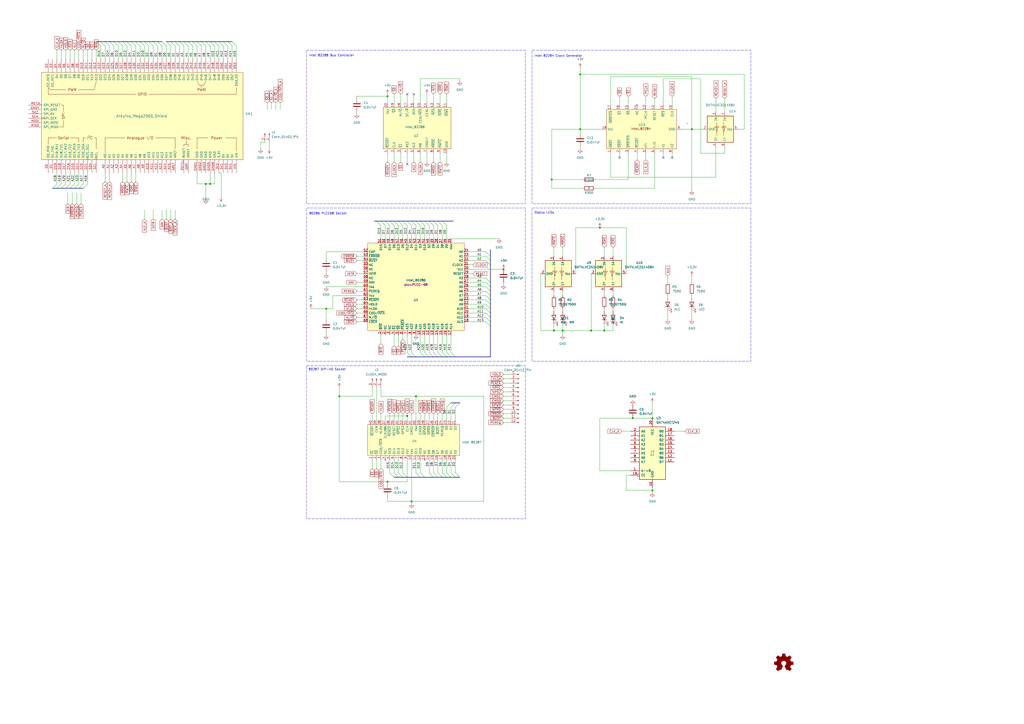
<source format=kicad_sch>
(kicad_sch (version 20250114) (generator "eeschema") (generator_version "9.0")
  (paper "A2")
  (title_block (title "Arduino80286") (date "2023-01-18") (rev "1"))
  (rectangle (start 177.8 29.21) (end 304.8 118.11) (stroke (width 0) (type dash)))
  (rectangle (start 308.61 120.65) (end 435.61 209.55) (stroke (width 0) (type dash)))
  (rectangle (start 308.61 29.21) (end 435.61 118.11) (stroke (width 0) (type dash)))
  (rectangle (start 177.8 212.09) (end 304.8 300.99) (stroke (width 0) (type dash)))
  (rectangle (start 177.8 120.65) (end 304.8 209.55) (stroke (width 0) (type dash)))
  (text "Intel 82284 Clock Generator" (at 323.85 32.512 0) (effects (font (size 1.27 1.27))))
  (text "Intel 82288 Bus Controller" (at 192.278 32.258 0) (effects (font (size 1.27 1.27))))
  (text "80286 PLCC68 Socket" (at 190.246 123.952 0) (effects (font (size 1.27 1.27))))
  (text "80287 DIP-40 Socket" (at 189.738 214.376 0) (effects (font (size 1.27 1.27))))
  (text "Status LEDs" (at 315.722 123.444 0) (effects (font (size 1.27 1.27))))
  (junction (at 189.23 179.07))
  (junction (at 336.55 74.93))
  (junction (at 342.9 191.77))
  (junction (at 224.79 279.4))
  (junction (at 326.39 191.77))
  (junction (at 350.52 191.77))
  (junction (at 238.76 290.83))
  (junction (at 119.38 106.68))
  (junction (at 367.03 242.57))
  (junction (at 121.92 106.68))
  (junction (at 401.32 74.93))
  (junction (at 236.22 241.3))
  (junction (at 378.46 242.57))
  (junction (at 347.98 132.08))
  (junction (at 336.55 43.18))
  (junction (at 378.46 284.48))
  (junction (at 321.31 191.77))
  (junction (at 196.85 229.87))
  (junction (at 292.1 156.21))
  (junction (at 241.3 229.87))
  (junction (at 224.79 55.88))
  (junction (at 320.04 104.14))
  (no_connect (at 359.41 91.44))
  (no_connect (at 236.22 95.25))
  (no_connect (at 389.89 91.44))
  (no_connect (at 384.81 91.44))
  (no_connect (at 240.03 54.61))
  (no_connect (at 236.22 54.61))
  (bus_entry (at 83.82 24.13) (size 2.54 2.54))
  (bus_entry (at 101.6 26.67) (size -2.54 -2.54))
  (bus_entry (at 236.22 276.86) (size -2.54 -2.54))
  (bus_entry (at 121.92 26.67) (size -2.54 -2.54))
  (bus_entry (at 45.72 109.22) (size 2.54 -2.54))
  (bus_entry (at 228.6 276.86) (size -2.54 -2.54))
  (bus_entry (at 50.8 106.68) (size -2.54 2.54))
  (bus_entry (at 132.08 26.67) (size -2.54 -2.54))
  (bus_entry (at 137.16 26.67) (size -2.54 -2.54))
  (bus_entry (at 58.42 24.13) (size 2.54 2.54))
  (bus_entry (at 106.68 26.67) (size -2.54 -2.54))
  (bus_entry (at 88.9 24.13) (size 2.54 2.54))
  (bus_entry (at 231.14 276.86) (size -2.54 -2.54))
  (bus_entry (at 251.46 276.86) (size -2.54 -2.54))
  (bus_entry (at 261.62 207.01) (size -2.54 -2.54))
  (bus_entry (at 264.16 207.01) (size -2.54 -2.54))
  (bus_entry (at 254 207.01) (size -2.54 -2.54))
  (bus_entry (at 259.08 207.01) (size -2.54 -2.54))
  (bus_entry (at 256.54 207.01) (size -2.54 -2.54))
  (bus_entry (at 284.48 189.23) (size -2.54 -2.54))
  (bus_entry (at 284.48 173.99) (size -2.54 -2.54))
  (bus_entry (at 284.48 171.45) (size -2.54 -2.54))
  (bus_entry (at 284.48 176.53) (size -2.54 -2.54))
  (bus_entry (at 284.48 186.69) (size -2.54 -2.54))
  (bus_entry (at 284.48 181.61) (size -2.54 -2.54))
  (bus_entry (at 284.48 184.15) (size -2.54 -2.54))
  (bus_entry (at 284.48 179.07) (size -2.54 -2.54))
  (bus_entry (at 284.48 163.83) (size -2.54 -2.54))
  (bus_entry (at 284.48 166.37) (size -2.54 -2.54))
  (bus_entry (at 284.48 168.91) (size -2.54 -2.54))
  (bus_entry (at 241.3 274.32) (size 2.54 2.54))
  (bus_entry (at 256.54 276.86) (size -2.54 -2.54))
  (bus_entry (at 114.3 26.67) (size -2.54 -2.54))
  (bus_entry (at 73.66 24.13) (size 2.54 2.54))
  (bus_entry (at 78.74 26.67) (size -2.54 -2.54))
  (bus_entry (at 66.04 24.13) (size 2.54 2.54))
  (bus_entry (at 40.64 106.68) (size -2.54 2.54))
  (bus_entry (at 109.22 26.67) (size -2.54 -2.54))
  (bus_entry (at 93.98 24.13) (size 2.54 2.54))
  (bus_entry (at 111.76 26.67) (size -2.54 -2.54))
  (bus_entry (at 116.84 26.67) (size -2.54 -2.54))
  (bus_entry (at 104.14 26.67) (size -2.54 -2.54))
  (bus_entry (at 218.44 128.27) (size 2.54 2.54))
  (bus_entry (at 223.52 128.27) (size 2.54 2.54))
  (bus_entry (at 220.98 128.27) (size 2.54 2.54))
  (bus_entry (at 231.14 128.27) (size 2.54 2.54))
  (bus_entry (at 236.22 128.27) (size 2.54 2.54))
  (bus_entry (at 233.68 128.27) (size 2.54 2.54))
  (bus_entry (at 248.92 128.27) (size 2.54 2.54))
  (bus_entry (at 246.38 128.27) (size 2.54 2.54))
  (bus_entry (at 226.06 128.27) (size 2.54 2.54))
  (bus_entry (at 228.6 128.27) (size 2.54 2.54))
  (bus_entry (at 243.84 128.27) (size 2.54 2.54))
  (bus_entry (at 241.3 128.27) (size 2.54 2.54))
  (bus_entry (at 238.76 128.27) (size 2.54 2.54))
  (bus_entry (at 251.46 128.27) (size 2.54 2.54))
  (bus_entry (at 254 128.27) (size 2.54 2.54))
  (bus_entry (at 256.54 128.27) (size 2.54 2.54))
  (bus_entry (at 134.62 26.67) (size -2.54 -2.54))
  (bus_entry (at 243.84 274.32) (size 2.54 2.54))
  (bus_entry (at 264.16 276.86) (size -2.54 -2.54))
  (bus_entry (at 129.54 26.67) (size -2.54 -2.54))
  (bus_entry (at 91.44 24.13) (size 2.54 2.54))
  (bus_entry (at 68.58 24.13) (size 2.54 2.54))
  (bus_entry (at 264.16 236.22) (size 2.54 -2.54))
  (bus_entry (at 33.02 106.68) (size -2.54 2.54))
  (bus_entry (at 55.88 24.13) (size 2.54 2.54))
  (bus_entry (at 127 26.67) (size -2.54 -2.54))
  (bus_entry (at 99.06 26.67) (size -2.54 -2.54))
  (bus_entry (at 124.46 26.67) (size -2.54 -2.54))
  (bus_entry (at 261.62 276.86) (size -2.54 -2.54))
  (bus_entry (at 63.5 24.13) (size 2.54 2.54))
  (bus_entry (at 259.08 276.86) (size -2.54 -2.54))
  (bus_entry (at 83.82 26.67) (size -2.54 -2.54))
  (bus_entry (at 38.1 106.68) (size -2.54 2.54))
  (bus_entry (at 266.7 276.86) (size -2.54 -2.54))
  (bus_entry (at 40.64 109.22) (size 2.54 -2.54))
  (bus_entry (at 35.56 106.68) (size -2.54 2.54))
  (bus_entry (at 261.62 236.22) (size 2.54 -2.54))
  (bus_entry (at 71.12 24.13) (size 2.54 2.54))
  (bus_entry (at 246.38 204.47) (size 2.54 2.54))
  (bus_entry (at 243.84 204.47) (size 2.54 2.54))
  (bus_entry (at 248.92 204.47) (size 2.54 2.54))
  (bus_entry (at 236.22 204.47) (size 2.54 2.54))
  (bus_entry (at 238.76 204.47) (size 2.54 2.54))
  (bus_entry (at 119.38 26.67) (size -2.54 -2.54))
  (bus_entry (at 81.28 26.67) (size -2.54 -2.54))
  (bus_entry (at 86.36 24.13) (size 2.54 2.54))
  (bus_entry (at 60.96 24.13) (size 2.54 2.54))
  (bus_entry (at 259.08 236.22) (size 2.54 -2.54))
  (bus_entry (at 254 276.86) (size -2.54 -2.54))
  (bus_entry (at 43.18 109.22) (size 2.54 -2.54))
  (bus_entry (at 284.48 153.67) (size -2.54 -2.54))
  (bus_entry (at 284.48 151.13) (size -2.54 -2.54))
  (bus_entry (at 284.48 148.59) (size -2.54 -2.54))
  (bus_entry (at 233.68 276.86) (size -2.54 -2.54))
  (wire (pts (xy 264.16 274.32) (xy 264.16 266.7)))
  (wire (pts (xy 35.56 100.33) (xy 35.56 106.68)))
  (bus (pts (xy 284.48 176.53) (xy 284.48 179.07)))
  (wire (pts (xy 271.78 163.83) (xy 281.94 163.83)))
  (bus (pts (xy 217.17 128.27) (xy 218.44 128.27)))
  (wire (pts (xy 292.1 222.25) (xy 295.91 222.25)))
  (wire (pts (xy 73.66 100.33) (xy 73.66 105.41)))
  (wire (pts (xy 238.76 130.81) (xy 238.76 138.43)))
  (wire (pts (xy 76.2 100.33) (xy 76.2 105.41)))
  (wire (pts (xy 189.23 166.37) (xy 210.82 166.37)))
  (wire (pts (xy 271.78 168.91) (xy 281.94 168.91)))
  (wire (pts (xy 384.81 45.72) (xy 406.4 45.72)))
  (wire (pts (xy 228.6 240.03) (xy 228.6 243.84)))
  (wire (pts (xy 401.32 180.34) (xy 401.32 185.42)))
  (wire (pts (xy 189.23 158.75) (xy 189.23 157.48)))
  (wire (pts (xy 116.84 26.67) (xy 116.84 34.29)))
  (wire (pts (xy 292.1 227.33) (xy 295.91 227.33)))
  (wire (pts (xy 46.99 111.76) (xy 46.99 118.11)))
  (bus (pts (xy 238.76 128.27) (xy 241.3 128.27)))
  (wire (pts (xy 101.6 26.67) (xy 101.6 34.29)))
  (wire (pts (xy 218.44 224.79) (xy 218.44 243.84)))
  (wire (pts (xy 256.54 130.81) (xy 256.54 138.43)))
  (wire (pts (xy 389.89 88.9) (xy 389.89 91.44)))
  (bus (pts (xy 284.48 144.78) (xy 284.48 148.59)))
  (bus (pts (xy 284.48 171.45) (xy 284.48 173.99)))
  (wire (pts (xy 292.1 242.57) (xy 295.91 242.57)))
  (bus (pts (xy 88.9 24.13) (xy 91.44 24.13)))
  (wire (pts (xy 248.92 130.81) (xy 248.92 138.43)))
  (wire (pts (xy 50.8 29.21) (xy 50.8 34.29)))
  (wire (pts (xy 401.32 74.93) (xy 407.67 74.93)))
  (wire (pts (xy 365.76 275.59) (xy 363.22 275.59)))
  (bus (pts (xy 109.22 24.13) (xy 111.76 24.13)))
  (wire (pts (xy 347.98 273.05) (xy 365.76 273.05)))
  (wire (pts (xy 334.01 158.75) (xy 334.01 132.08)))
  (wire (pts (xy 81.28 26.67) (xy 81.28 34.29)))
  (bus (pts (xy 236.22 128.27) (xy 238.76 128.27)))
  (wire (pts (xy 238.76 266.7) (xy 238.76 290.83)))
  (wire (pts (xy 45.72 29.21) (xy 45.72 34.29)))
  (wire (pts (xy 71.12 26.67) (xy 71.12 34.29)))
  (wire (pts (xy 342.9 191.77) (xy 326.39 191.77)))
  (bus (pts (xy 284.48 173.99) (xy 284.48 176.53)))
  (bus (pts (xy 101.6 24.13) (xy 104.14 24.13)))
  (wire (pts (xy 415.29 85.09) (xy 415.29 102.87)))
  (wire (pts (xy 96.52 121.92) (xy 96.52 127)))
  (bus (pts (xy 246.38 207.01) (xy 248.92 207.01)))
  (wire (pts (xy 259.08 130.81) (xy 259.08 138.43)))
  (wire (pts (xy 53.34 29.21) (xy 53.34 34.29)))
  (wire (pts (xy 220.98 224.79) (xy 220.98 229.87)))
  (wire (pts (xy 369.57 88.9) (xy 369.57 92.71)))
  (wire (pts (xy 420.37 57.15) (xy 420.37 64.77)))
  (wire (pts (xy 321.31 168.91) (xy 321.31 171.45)))
  (bus (pts (xy 226.06 128.27) (xy 228.6 128.27)))
  (wire (pts (xy 83.82 26.67) (xy 83.82 34.29)))
  (wire (pts (xy 320.04 104.14) (xy 320.04 109.22)))
  (bus (pts (xy 238.76 207.01) (xy 241.3 207.01)))
  (wire (pts (xy 251.46 274.32) (xy 251.46 266.7)))
  (wire (pts (xy 114.3 106.68) (xy 119.38 106.68)))
  (wire (pts (xy 226.06 274.32) (xy 226.06 266.7)))
  (wire (pts (xy 254 194.31) (xy 254 204.47)))
  (wire (pts (xy 255.27 88.9) (xy 255.27 93.98)))
  (wire (pts (xy 121.92 26.67) (xy 121.92 34.29)))
  (wire (pts (xy 251.46 194.31) (xy 251.46 204.47)))
  (wire (pts (xy 114.3 100.33) (xy 114.3 106.68)))
  (wire (pts (xy 431.8 74.93) (xy 427.99 74.93)))
  (wire (pts (xy 207.01 181.61) (xy 210.82 181.61)))
  (wire (pts (xy 394.97 74.93) (xy 401.32 74.93)))
  (bus (pts (xy 251.46 207.01) (xy 254 207.01)))
  (wire (pts (xy 66.04 26.67) (xy 66.04 34.29)))
  (wire (pts (xy 415.29 57.15) (xy 415.29 64.77)))
  (wire (pts (xy 391.16 250.19) (xy 397.51 250.19)))
  (wire (pts (xy 337.82 109.22) (xy 320.04 109.22)))
  (wire (pts (xy 354.33 102.87) (xy 354.33 88.9)))
  (wire (pts (xy 347.98 132.08) (xy 363.22 132.08)))
  (wire (pts (xy 180.34 179.07) (xy 189.23 179.07)))
  (wire (pts (xy 124.46 26.67) (xy 124.46 34.29)))
  (wire (pts (xy 243.84 45.72) (xy 243.84 59.69)))
  (wire (pts (xy 320.04 74.93) (xy 320.04 104.14)))
  (bus (pts (xy 236.22 207.01) (xy 238.76 207.01)))
  (wire (pts (xy 334.01 132.08) (xy 347.98 132.08)))
  (bus (pts (xy 241.3 128.27) (xy 243.84 128.27)))
  (wire (pts (xy 224.79 54.61) (xy 224.79 55.88)))
  (wire (pts (xy 342.9 158.75) (xy 342.9 191.77)))
  (wire (pts (xy 387.35 160.02) (xy 387.35 163.83)))
  (bus (pts (xy 81.28 24.13) (xy 78.74 24.13)))
  (wire (pts (xy 218.44 266.7) (xy 218.44 271.78)))
  (wire (pts (xy 233.68 130.81) (xy 233.68 138.43)))
  (wire (pts (xy 55.88 29.21) (xy 55.88 34.29)))
  (wire (pts (xy 224.79 279.4) (xy 224.79 280.67)))
  (wire (pts (xy 261.62 236.22) (xy 261.62 243.84)))
  (wire (pts (xy 83.82 121.92) (xy 83.82 127)))
  (wire (pts (xy 292.1 245.11) (xy 295.91 245.11)))
  (wire (pts (xy 359.41 88.9) (xy 359.41 91.44)))
  (bus (pts (xy 261.62 276.86) (xy 259.08 276.86)))
  (wire (pts (xy 246.38 194.31) (xy 246.38 204.47)))
  (bus (pts (xy 83.82 24.13) (xy 81.28 24.13)))
  (wire (pts (xy 292.1 240.03) (xy 295.91 240.03)))
  (wire (pts (xy 289.56 138.43) (xy 261.62 138.43)))
  (bus (pts (xy 233.68 276.86) (xy 231.14 276.86)))
  (wire (pts (xy 207.01 148.59) (xy 210.82 148.59)))
  (wire (pts (xy 241.3 243.84) (xy 241.3 229.87)))
  (wire (pts (xy 33.02 100.33) (xy 33.02 106.68)))
  (wire (pts (xy 93.98 121.92) (xy 93.98 127)))
  (wire (pts (xy 256.54 274.32) (xy 256.54 266.7)))
  (wire (pts (xy 132.08 26.67) (xy 132.08 34.29)))
  (wire (pts (xy 406.4 45.72) (xy 406.4 88.9)))
  (wire (pts (xy 379.73 57.15) (xy 379.73 60.96)))
  (wire (pts (xy 43.18 100.33) (xy 43.18 106.68)))
  (wire (pts (xy 292.1 217.17) (xy 295.91 217.17)))
  (wire (pts (xy 121.92 100.33) (xy 121.92 106.68)))
  (bus (pts (xy 256.54 128.27) (xy 262.89 128.27)))
  (bus (pts (xy 284.48 181.61) (xy 284.48 184.15)))
  (wire (pts (xy 247.65 54.61) (xy 247.65 59.69)))
  (wire (pts (xy 154.94 59.69) (xy 154.94 63.5)))
  (wire (pts (xy 292.1 232.41) (xy 295.91 232.41)))
  (wire (pts (xy 76.2 26.67) (xy 76.2 34.29)))
  (wire (pts (xy 215.9 224.79) (xy 215.9 229.87)))
  (wire (pts (xy 38.1 100.33) (xy 38.1 106.68)))
  (wire (pts (xy 236.22 241.3) (xy 236.22 243.84)))
  (bus (pts (xy 248.92 207.01) (xy 251.46 207.01)))
  (wire (pts (xy 60.96 26.67) (xy 60.96 34.29)))
  (bus (pts (xy 254 207.01) (xy 256.54 207.01)))
  (wire (pts (xy 254 240.03) (xy 254 243.84)))
  (wire (pts (xy 248.92 194.31) (xy 248.92 204.47)))
  (wire (pts (xy 156.21 82.55) (xy 156.21 86.36)))
  (bus (pts (xy 284.48 184.15) (xy 284.48 186.69)))
  (wire (pts (xy 271.78 173.99) (xy 281.94 173.99)))
  (bus (pts (xy 284.48 151.13) (xy 284.48 153.67)))
  (wire (pts (xy 224.79 288.29) (xy 224.79 290.83)))
  (wire (pts (xy 271.78 146.05) (xy 281.94 146.05)))
  (bus (pts (xy 266.7 276.86) (xy 264.16 276.86)))
  (bus (pts (xy 261.62 207.01) (xy 264.16 207.01)))
  (wire (pts (xy 384.81 60.96) (xy 384.81 45.72)))
  (bus (pts (xy 124.46 24.13) (xy 127 24.13)))
  (bus (pts (xy 264.16 233.68) (xy 266.7 233.68)))
  (wire (pts (xy 162.56 59.69) (xy 162.56 63.5)))
  (wire (pts (xy 363.22 275.59) (xy 363.22 284.48)))
  (bus (pts (xy 243.84 276.86) (xy 246.38 276.86)))
  (wire (pts (xy 99.06 121.92) (xy 99.06 127)))
  (wire (pts (xy 350.52 179.07) (xy 350.52 180.34)))
  (wire (pts (xy 401.32 160.02) (xy 401.32 163.83)))
  (wire (pts (xy 196.85 229.87) (xy 196.85 279.4)))
  (wire (pts (xy 389.89 55.88) (xy 389.89 60.96)))
  (wire (pts (xy 238.76 290.83) (xy 238.76 292.1)))
  (wire (pts (xy 88.9 121.92) (xy 88.9 127)))
  (wire (pts (xy 326.39 179.07) (xy 326.39 180.34)))
  (bus (pts (xy 104.14 24.13) (xy 106.68 24.13)))
  (wire (pts (xy 271.78 171.45) (xy 281.94 171.45)))
  (bus (pts (xy 236.22 276.86) (xy 233.68 276.86)))
  (bus (pts (xy 246.38 128.27) (xy 248.92 128.27)))
  (bus (pts (xy 63.5 24.13) (xy 66.04 24.13)))
  (bus (pts (xy 45.72 109.22) (xy 48.26 109.22)))
  (wire (pts (xy 240.03 88.9) (xy 240.03 93.98)))
  (wire (pts (xy 243.84 88.9) (xy 243.84 93.98)))
  (bus (pts (xy 78.74 24.13) (xy 76.2 24.13)))
  (wire (pts (xy 236.22 276.86) (xy 236.22 279.4)))
  (wire (pts (xy 88.9 26.67) (xy 88.9 34.29)))
  (wire (pts (xy 243.84 194.31) (xy 243.84 204.47)))
  (wire (pts (xy 251.46 88.9) (xy 251.46 93.98)))
  (bus (pts (xy 114.3 24.13) (xy 116.84 24.13)))
  (wire (pts (xy 157.48 59.69) (xy 157.48 63.5)))
  (bus (pts (xy 259.08 207.01) (xy 261.62 207.01)))
  (wire (pts (xy 236.22 88.9) (xy 236.22 95.25)))
  (wire (pts (xy 313.69 191.77) (xy 321.31 191.77)))
  (wire (pts (xy 266.7 46.99) (xy 266.7 45.72)))
  (wire (pts (xy 406.4 88.9) (xy 420.37 88.9)))
  (wire (pts (xy 189.23 146.05) (xy 210.82 146.05)))
  (wire (pts (xy 271.78 161.29) (xy 281.94 161.29)))
  (wire (pts (xy 96.52 26.67) (xy 96.52 34.29)))
  (bus (pts (xy 243.84 128.27) (xy 246.38 128.27)))
  (wire (pts (xy 114.3 26.67) (xy 114.3 34.29)))
  (wire (pts (xy 336.55 39.37) (xy 336.55 43.18)))
  (bus (pts (xy 119.38 24.13) (xy 121.92 24.13)))
  (wire (pts (xy 119.38 26.67) (xy 119.38 34.29)))
  (bus (pts (xy 132.08 24.13) (xy 134.62 24.13)))
  (wire (pts (xy 93.98 26.67) (xy 93.98 34.29)))
  (wire (pts (xy 134.62 26.67) (xy 134.62 34.29)))
  (bus (pts (xy 116.84 24.13) (xy 119.38 24.13)))
  (wire (pts (xy 207.01 173.99) (xy 210.82 173.99)))
  (bus (pts (xy 86.36 24.13) (xy 88.9 24.13)))
  (bus (pts (xy 111.76 24.13) (xy 114.3 24.13)))
  (wire (pts (xy 271.78 156.21) (xy 292.1 156.21)))
  (wire (pts (xy 241.3 274.32) (xy 241.3 266.7)))
  (wire (pts (xy 336.55 74.93) (xy 320.04 74.93)))
  (wire (pts (xy 50.8 100.33) (xy 50.8 106.68)))
  (wire (pts (xy 207.01 55.88) (xy 224.79 55.88)))
  (wire (pts (xy 60.96 100.33) (xy 60.96 105.41)))
  (bus (pts (xy 254 276.86) (xy 251.46 276.86)))
  (wire (pts (xy 271.78 184.15) (xy 281.94 184.15)))
  (wire (pts (xy 193.04 171.45) (xy 193.04 179.07)))
  (wire (pts (xy 355.6 168.91) (xy 355.6 171.45)))
  (wire (pts (xy 189.23 179.07) (xy 189.23 185.42)))
  (wire (pts (xy 58.42 26.67) (xy 58.42 34.29)))
  (wire (pts (xy 40.64 34.29) (xy 40.64 29.21)))
  (wire (pts (xy 292.1 229.87) (xy 295.91 229.87)))
  (wire (pts (xy 233.68 274.32) (xy 233.68 266.7)))
  (bus (pts (xy 284.48 166.37) (xy 284.48 168.91)))
  (wire (pts (xy 40.64 100.33) (xy 40.64 106.68)))
  (wire (pts (xy 271.78 148.59) (xy 281.94 148.59)))
  (wire (pts (xy 228.6 274.32) (xy 228.6 266.7)))
  (wire (pts (xy 243.84 130.81) (xy 243.84 138.43)))
  (wire (pts (xy 231.14 240.03) (xy 231.14 243.84)))
  (wire (pts (xy 254 130.81) (xy 254 138.43)))
  (bus (pts (xy 233.68 128.27) (xy 236.22 128.27)))
  (wire (pts (xy 241.3 229.87) (xy 280.67 229.87)))
  (wire (pts (xy 261.62 194.31) (xy 261.62 204.47)))
  (wire (pts (xy 256.54 194.31) (xy 256.54 204.47)))
  (wire (pts (xy 223.52 130.81) (xy 223.52 138.43)))
  (wire (pts (xy 228.6 194.31) (xy 228.6 200.66)))
  (bus (pts (xy 228.6 128.27) (xy 231.14 128.27)))
  (wire (pts (xy 196.85 224.79) (xy 196.85 229.87)))
  (wire (pts (xy 350.52 187.96) (xy 350.52 191.77)))
  (wire (pts (xy 374.65 88.9) (xy 374.65 92.71)))
  (wire (pts (xy 128.27 100.33) (xy 127 100.33)))
  (wire (pts (xy 378.46 284.48) (xy 378.46 283.21)))
  (bus (pts (xy 231.14 276.86) (xy 228.6 276.86)))
  (wire (pts (xy 401.32 74.93) (xy 401.32 110.49)))
  (wire (pts (xy 326.39 187.96) (xy 326.39 191.77)))
  (wire (pts (xy 63.5 100.33) (xy 63.5 105.41)))
  (wire (pts (xy 271.78 151.13) (xy 281.94 151.13)))
  (wire (pts (xy 207.01 186.69) (xy 210.82 186.69)))
  (bus (pts (xy 264.16 276.86) (xy 261.62 276.86)))
  (bus (pts (xy 55.88 24.13) (xy 58.42 24.13)))
  (bus (pts (xy 284.48 148.59) (xy 284.48 151.13)))
  (bus (pts (xy 60.96 24.13) (xy 63.5 24.13)))
  (wire (pts (xy 350.52 143.51) (xy 350.52 148.59)))
  (wire (pts (xy 99.06 26.67) (xy 99.06 34.29)))
  (wire (pts (xy 223.52 241.3) (xy 236.22 241.3)))
  (wire (pts (xy 33.02 29.21) (xy 33.02 34.29)))
  (bus (pts (xy 241.3 207.01) (xy 246.38 207.01)))
  (wire (pts (xy 207.01 163.83) (xy 210.82 163.83)))
  (wire (pts (xy 254 274.32) (xy 254 266.7)))
  (wire (pts (xy 321.31 143.51) (xy 321.31 148.59)))
  (bus (pts (xy 91.44 24.13) (xy 93.98 24.13)))
  (wire (pts (xy 336.55 74.93) (xy 349.25 74.93)))
  (wire (pts (xy 246.38 240.03) (xy 246.38 243.84)))
  (wire (pts (xy 271.78 186.69) (xy 281.94 186.69)))
  (wire (pts (xy 355.6 179.07) (xy 355.6 180.34)))
  (wire (pts (xy 256.54 240.03) (xy 256.54 243.84)))
  (wire (pts (xy 71.12 100.33) (xy 71.12 105.41)))
  (wire (pts (xy 271.78 181.61) (xy 281.94 181.61)))
  (wire (pts (xy 127 26.67) (xy 127 34.29)))
  (wire (pts (xy 151.13 86.36) (xy 151.13 82.55)))
  (bus (pts (xy 284.48 186.69) (xy 284.48 189.23)))
  (bus (pts (xy 127 24.13) (xy 129.54 24.13)))
  (wire (pts (xy 378.46 233.68) (xy 378.46 242.57)))
  (wire (pts (xy 248.92 274.32) (xy 248.92 266.7)))
  (wire (pts (xy 292.1 219.71) (xy 295.91 219.71)))
  (bus (pts (xy 71.12 24.13) (xy 73.66 24.13)))
  (bus (pts (xy 83.82 24.13) (xy 86.36 24.13)))
  (wire (pts (xy 271.78 176.53) (xy 281.94 176.53)))
  (wire (pts (xy 220.98 266.7) (xy 220.98 271.78)))
  (wire (pts (xy 231.14 130.81) (xy 231.14 138.43)))
  (wire (pts (xy 109.22 26.67) (xy 109.22 34.29)))
  (wire (pts (xy 350.52 168.91) (xy 350.52 171.45)))
  (bus (pts (xy 129.54 24.13) (xy 132.08 24.13)))
  (bus (pts (xy 106.68 24.13) (xy 109.22 24.13)))
  (bus (pts (xy 251.46 128.27) (xy 254 128.27)))
  (wire (pts (xy 292.1 224.79) (xy 295.91 224.79)))
  (wire (pts (xy 91.44 26.67) (xy 91.44 34.29)))
  (wire (pts (xy 228.6 88.9) (xy 228.6 93.98)))
  (wire (pts (xy 232.41 54.61) (xy 232.41 59.69)))
  (wire (pts (xy 363.22 284.48) (xy 378.46 284.48)))
  (bus (pts (xy 43.18 109.22) (xy 45.72 109.22)))
  (wire (pts (xy 207.01 158.75) (xy 210.82 158.75)))
  (wire (pts (xy 129.54 26.67) (xy 129.54 34.29)))
  (wire (pts (xy 415.29 102.87) (xy 354.33 102.87)))
  (wire (pts (xy 243.84 274.32) (xy 243.84 266.7)))
  (wire (pts (xy 259.08 88.9) (xy 259.08 93.98)))
  (bus (pts (xy 35.56 109.22) (xy 38.1 109.22)))
  (wire (pts (xy 220.98 130.81) (xy 220.98 138.43)))
  (wire (pts (xy 111.76 26.67) (xy 111.76 34.29)))
  (wire (pts (xy 246.38 130.81) (xy 246.38 138.43)))
  (wire (pts (xy 233.68 194.31) (xy 233.68 196.85)))
  (wire (pts (xy 261.62 274.32) (xy 261.62 266.7)))
  (wire (pts (xy 228.6 130.81) (xy 228.6 138.43)))
  (wire (pts (xy 271.78 166.37) (xy 281.94 166.37)))
  (wire (pts (xy 223.52 243.84) (xy 223.52 241.3)))
  (wire (pts (xy 189.23 146.05) (xy 189.23 149.86)))
  (wire (pts (xy 238.76 194.31) (xy 238.76 204.47)))
  (wire (pts (xy 236.22 240.03) (xy 236.22 241.3)))
  (wire (pts (xy 251.46 54.61) (xy 251.46 59.69)))
  (wire (pts (xy 68.58 26.67) (xy 68.58 34.29)))
  (bus (pts (xy 284.48 153.67) (xy 284.48 163.83)))
  (bus (pts (xy 231.14 128.27) (xy 233.68 128.27)))
  (wire (pts (xy 321.31 187.96) (xy 321.31 191.77)))
  (wire (pts (xy 321.31 179.07) (xy 321.31 180.34)))
  (wire (pts (xy 104.14 26.67) (xy 104.14 34.29)))
  (wire (pts (xy 78.74 100.33) (xy 78.74 105.41)))
  (wire (pts (xy 220.98 194.31) (xy 220.98 199.39)))
  (wire (pts (xy 232.41 88.9) (xy 232.41 93.98)))
  (wire (pts (xy 274.32 153.67) (xy 271.78 153.67)))
  (bus (pts (xy 38.1 109.22) (xy 40.64 109.22)))
  (bus (pts (xy 73.66 24.13) (xy 76.2 24.13)))
  (wire (pts (xy 321.31 191.77) (xy 326.39 191.77)))
  (wire (pts (xy 259.08 54.61) (xy 259.08 59.69)))
  (wire (pts (xy 48.26 29.21) (xy 48.26 34.29)))
  (wire (pts (xy 251.46 130.81) (xy 251.46 138.43)))
  (wire (pts (xy 226.06 130.81) (xy 226.06 138.43)))
  (wire (pts (xy 374.65 55.88) (xy 374.65 60.96)))
  (wire (pts (xy 207.01 151.13) (xy 210.82 151.13)))
  (bus (pts (xy 254 128.27) (xy 256.54 128.27)))
  (wire (pts (xy 128.27 100.33) (xy 128.27 114.3)))
  (wire (pts (xy 119.38 106.68) (xy 119.38 115.57)))
  (wire (pts (xy 255.27 54.61) (xy 255.27 59.69)))
  (wire (pts (xy 224.79 88.9) (xy 224.79 93.98)))
  (bus (pts (xy 284.48 179.07) (xy 284.48 181.61)))
  (wire (pts (xy 350.52 191.77) (xy 355.6 191.77)))
  (wire (pts (xy 160.02 59.69) (xy 160.02 63.5)))
  (wire (pts (xy 41.91 111.76) (xy 41.91 118.11)))
  (wire (pts (xy 313.69 158.75) (xy 313.69 191.77)))
  (wire (pts (xy 240.03 54.61) (xy 240.03 59.69)))
  (bus (pts (xy 121.92 24.13) (xy 124.46 24.13)))
  (wire (pts (xy 207.01 184.15) (xy 210.82 184.15)))
  (wire (pts (xy 106.68 26.67) (xy 106.68 34.29)))
  (wire (pts (xy 207.01 66.04) (xy 207.01 64.77)))
  (wire (pts (xy 189.23 179.07) (xy 193.04 179.07)))
  (bus (pts (xy 264.16 207.01) (xy 284.48 207.01)))
  (wire (pts (xy 78.74 26.67) (xy 78.74 34.29)))
  (wire (pts (xy 401.32 171.45) (xy 401.32 172.72)))
  (wire (pts (xy 354.33 60.96) (xy 354.33 44.45)))
  (wire (pts (xy 207.01 179.07) (xy 210.82 179.07)))
  (wire (pts (xy 231.14 194.31) (xy 231.14 200.66)))
  (bus (pts (xy 259.08 276.86) (xy 256.54 276.86)))
  (wire (pts (xy 420.37 85.09) (xy 420.37 88.9)))
  (bus (pts (xy 223.52 128.27) (xy 226.06 128.27)))
  (wire (pts (xy 137.16 26.67) (xy 137.16 34.29)))
  (bus (pts (xy 284.48 168.91) (xy 284.48 171.45)))
  (wire (pts (xy 248.92 240.03) (xy 248.92 243.84)))
  (wire (pts (xy 320.04 104.14) (xy 337.82 104.14)))
  (bus (pts (xy 96.52 24.13) (xy 99.06 24.13)))
  (wire (pts (xy 224.79 290.83) (xy 238.76 290.83)))
  (wire (pts (xy 336.55 43.18) (xy 431.8 43.18)))
  (wire (pts (xy 63.5 26.67) (xy 63.5 34.29)))
  (wire (pts (xy 367.03 242.57) (xy 347.98 242.57)))
  (wire (pts (xy 224.79 55.88) (xy 224.79 59.69)))
  (bus (pts (xy 256.54 276.86) (xy 254 276.86)))
  (wire (pts (xy 379.73 88.9) (xy 379.73 109.22)))
  (bus (pts (xy 66.04 24.13) (xy 68.58 24.13)))
  (wire (pts (xy 355.6 187.96) (xy 355.6 191.77)))
  (wire (pts (xy 336.55 74.93) (xy 336.55 77.47)))
  (wire (pts (xy 378.46 284.48) (xy 378.46 285.75)))
  (wire (pts (xy 364.49 55.88) (xy 364.49 60.96)))
  (wire (pts (xy 220.98 229.87) (xy 241.3 229.87)))
  (wire (pts (xy 280.67 229.87) (xy 280.67 290.83)))
  (wire (pts (xy 326.39 168.91) (xy 326.39 171.45)))
  (wire (pts (xy 259.08 194.31) (xy 259.08 204.47)))
  (bus (pts (xy 248.92 128.27) (xy 251.46 128.27)))
  (wire (pts (xy 292.1 237.49) (xy 295.91 237.49)))
  (wire (pts (xy 224.79 279.4) (xy 196.85 279.4)))
  (wire (pts (xy 236.22 279.4) (xy 224.79 279.4)))
  (wire (pts (xy 387.35 180.34) (xy 387.35 185.42)))
  (wire (pts (xy 228.6 54.61) (xy 228.6 59.69)))
  (wire (pts (xy 342.9 191.77) (xy 350.52 191.77)))
  (wire (pts (xy 292.1 234.95) (xy 295.91 234.95)))
  (wire (pts (xy 236.22 130.81) (xy 236.22 138.43)))
  (bus (pts (xy 99.06 24.13) (xy 101.6 24.13)))
  (wire (pts (xy 347.98 242.57) (xy 347.98 273.05)))
  (wire (pts (xy 363.22 132.08) (xy 363.22 158.75)))
  (bus (pts (xy 284.48 163.83) (xy 284.48 166.37)))
  (wire (pts (xy 207.01 57.15) (xy 207.01 55.88)))
  (wire (pts (xy 336.55 86.36) (xy 336.55 85.09)))
  (wire (pts (xy 236.22 194.31) (xy 236.22 204.47)))
  (wire (pts (xy 280.67 290.83) (xy 238.76 290.83)))
  (wire (pts (xy 48.26 100.33) (xy 48.26 106.68)))
  (bus (pts (xy 40.64 109.22) (xy 43.18 109.22)))
  (bus (pts (xy 256.54 207.01) (xy 259.08 207.01)))
  (wire (pts (xy 215.9 243.84) (xy 215.9 240.03)))
  (wire (pts (xy 207.01 176.53) (xy 210.82 176.53)))
  (bus (pts (xy 246.38 276.86) (xy 251.46 276.86)))
  (wire (pts (xy 431.8 43.18) (xy 431.8 74.93)))
  (wire (pts (xy 271.78 179.07) (xy 281.94 179.07)))
  (wire (pts (xy 73.66 26.67) (xy 73.66 34.29)))
  (wire (pts (xy 326.39 143.51) (xy 326.39 148.59)))
  (wire (pts (xy 236.22 266.7) (xy 236.22 276.86)))
  (wire (pts (xy 39.37 111.76) (xy 39.37 118.11)))
  (bus (pts (xy 220.98 128.27) (xy 223.52 128.27)))
  (wire (pts (xy 151.13 82.55) (xy 153.67 82.55)))
  (bus (pts (xy 284.48 189.23) (xy 284.48 207.01)))
  (wire (pts (xy 226.06 240.03) (xy 226.06 243.84)))
  (wire (pts (xy 354.33 44.45) (xy 401.32 44.45)))
  (wire (pts (xy 259.08 236.22) (xy 259.08 243.84)))
  (bus (pts (xy 261.62 233.68) (xy 264.16 233.68)))
  (wire (pts (xy 326.39 191.77) (xy 326.39 194.31)))
  (wire (pts (xy 264.16 236.22) (xy 264.16 243.84)))
  (wire (pts (xy 367.03 242.57) (xy 378.46 242.57)))
  (wire (pts (xy 44.45 111.76) (xy 44.45 118.11)))
  (bus (pts (xy 58.42 24.13) (xy 60.96 24.13)))
  (wire (pts (xy 207.01 168.91) (xy 210.82 168.91)))
  (bus (pts (xy 68.58 24.13) (xy 71.12 24.13)))
  (wire (pts (xy 251.46 240.03) (xy 251.46 243.84)))
  (wire (pts (xy 379.73 109.22) (xy 345.44 109.22)))
  (wire (pts (xy 121.92 106.68) (xy 124.46 106.68)))
  (wire (pts (xy 364.49 104.14) (xy 345.44 104.14)))
  (wire (pts (xy 231.14 274.32) (xy 231.14 266.7)))
  (bus (pts (xy 30.48 109.22) (xy 33.02 109.22)))
  (wire (pts (xy 241.3 130.81) (xy 241.3 138.43)))
  (wire (pts (xy 119.38 106.68) (xy 121.92 106.68)))
  (wire (pts (xy 189.23 194.31) (xy 189.23 193.04)))
  (wire (pts (xy 101.6 121.92) (xy 101.6 127)))
  (wire (pts (xy 43.18 29.21) (xy 43.18 34.29)))
  (wire (pts (xy 336.55 43.18) (xy 336.55 74.93)))
  (wire (pts (xy 360.68 250.19) (xy 365.76 250.19)))
  (wire (pts (xy 220.98 240.03) (xy 220.98 243.84)))
  (wire (pts (xy 259.08 274.32) (xy 259.08 266.7)))
  (wire (pts (xy 359.41 55.88) (xy 359.41 60.96)))
  (bus (pts (xy 33.02 109.22) (xy 35.56 109.22)))
  (wire (pts (xy 215.9 229.87) (xy 196.85 229.87)))
  (wire (pts (xy 233.68 240.03) (xy 233.68 243.84)))
  (wire (pts (xy 364.49 88.9) (xy 364.49 104.14)))
  (wire (pts (xy 387.35 171.45) (xy 387.35 172.72)))
  (bus (pts (xy 236.22 276.86) (xy 243.84 276.86)))
  (wire (pts (xy 38.1 34.29) (xy 38.1 29.21)))
  (wire (pts (xy 215.9 266.7) (xy 215.9 271.78)))
  (bus (pts (xy 218.44 128.27) (xy 220.98 128.27)))
  (wire (pts (xy 124.46 100.33) (xy 124.46 106.68)))
  (wire (pts (xy 238.76 240.03) (xy 238.76 243.84)))
  (wire (pts (xy 355.6 143.51) (xy 355.6 148.59)))
  (wire (pts (xy 193.04 171.45) (xy 210.82 171.45)))
  (wire (pts (xy 243.84 240.03) (xy 243.84 243.84)))
  (wire (pts (xy 401.32 44.45) (xy 401.32 74.93)))
  (wire (pts (xy 45.72 100.33) (xy 45.72 106.68)))
  (wire (pts (xy 274.32 158.75) (xy 271.78 158.75)))
  (wire (pts (xy 292.1 165.1) (xy 292.1 163.83)))
  (wire (pts (xy 384.81 88.9) (xy 384.81 91.44)))
  (wire (pts (xy 247.65 88.9) (xy 247.65 93.98)))
  (wire (pts (xy 266.7 45.72) (xy 243.84 45.72)))
  (wire (pts (xy 236.22 54.61) (xy 236.22 59.69)))
  (wire (pts (xy 35.56 34.29) (xy 35.56 29.21)))
  (wire (pts (xy 86.36 26.67) (xy 86.36 34.29)))
  (label "D10" (at 246.38 135.89 90))
  (label "A16" (at 50.8 101.6 270))
  (label "A18" (at 251.46 203.2 90))
  (label "A4" (at 109.22 33.02 90))
  (label "D5" (at 71.12 33.02 90))
  (label "A22" (at 43.18 101.6 270))
  (label "D5" (at 259.08 267.97 270))
  (label "A5" (at 111.76 33.02 90))
  (label "D12" (at 73.66 33.02 90))
  (label "A7" (at 116.84 33.02 90))
  (label "D3" (at 264.16 267.97 270))
  (label "D13" (at 68.58 33.02 90))
  (label "D12" (at 236.22 135.89 90))
  (label "D13" (at 231.14 267.97 270))
  (label "A13" (at 132.08 33.02 90))
  (label "A13" (at 276.86 186.69 0))
  (label "A20" (at 38.1 101.6 270))
  (label "D9" (at 248.92 267.97 270))
  (label "D13" (at 231.14 135.89 90))
  (label "D2" (at 248.92 135.89 90))
  (label "A1" (at 276.86 148.59 0))
  (label "A9" (at 121.92 33.02 90))
  (label "A3" (at 276.86 161.29 0))
  (label "A20" (at 246.38 203.2 90))
  (label "D0" (at 259.08 237.49 270))
  (label "A7" (at 276.86 171.45 0))
  (label "A16" (at 256.54 203.2 90))
  (label "D14" (at 63.5 32.9382 90))
  (label "D10" (at 243.84 267.97 270))
  (label "D2" (at 86.36 33.02 90))
  (label "D12" (at 233.68 267.97 270))
  (label "D9" (at 88.9 33.02 90))
  (label "A1" (at 101.6 33.02 90))
  (label "D1" (at 261.62 237.49 270))
  (label "A14" (at 134.62 33.02 90))
  (label "D3" (at 243.84 135.89 90))
  (label "D3" (at 81.28 33.02 90))
  (label "A18" (at 33.02 101.6 270))
  (label "D4" (at 261.62 267.97 270))
  (label "D7" (at 254 267.7545 270))
  (label "A9" (at 276.86 176.53 0))
  (label "A4" (at 276.86 163.83 0))
  (label "D1" (at 254 135.89 90))
  (label "D11" (at 241.3 135.89 90))
  (label "D7" (at 60.96 33.02 90))
  (label "D8" (at 256.54 135.89 90))
  (label "A0" (at 276.86 146.05 0))
  (label "D4" (at 76.2 33.02 90))
  (label "A21" (at 243.84 203.2 90))
  (label "A12" (at 276.86 184.15 0))
  (label "A3" (at 106.68 33.02 90))
  (label "A15" (at 259.08 203.2 90))
  (label "D7" (at 223.52 135.89 90))
  (label "A2" (at 276.86 151.13 0))
  (label "A11" (at 276.86 181.61 0))
  (label "D6" (at 256.54 267.97 270))
  (label "D11" (at 241.3 267.97 270))
  (label "D9" (at 251.46 135.89 90))
  (label "D11" (at 78.74 33.02 90))
  (label "D15" (at 226.06 267.97 270))
  (label "A17" (at 254 203.2 90))
  (label "A2" (at 104.14 33.02 90))
  (label "A6" (at 114.3 33.02 90))
  (label "A0" (at 99.06 33.02 90))
  (label "D15" (at 220.98 135.89 90))
  (label "D0" (at 259.08 135.89 90))
  (label "A8" (at 119.38 33.02 90))
  (label "D6" (at 228.6 135.89 90))
  (label "D0" (at 96.52 33.02 90))
  (label "A12" (at 129.54 33.02 90))
  (label "D14" (at 226.06 135.89 90))
  (label "A11" (at 127 33.02 90))
  (label "D10" (at 83.82 33.02 90))
  (label "A23" (at 45.72 101.6 270))
  (label "A14" (at 261.62 203.2 90))
  (label "A17" (at 48.26 101.6 270))
  (label "A5" (at 276.86 166.37 0))
  (label "D2" (at 264.16 237.49 270))
  (label "D8" (at 93.98 33.02 90))
  (label "A10" (at 276.86 179.07 0))
  (label "D4" (at 238.76 135.89 90))
  (label "D15" (at 58.42 33.02 90))
  (label "D6" (at 66.04 33.02 90))
  (label "A23" (at 236.22 203.2 90))
  (label "D8" (at 251.46 267.97 270))
  (label "A19" (at 35.56 101.6 270))
  (label "A8" (at 276.86 173.99 0))
  (label "D14" (at 228.6 267.97 270))
  (label "A21" (at 40.64 101.6 270))
  (label "D1" (at 91.44 33.02 90))
  (label "D5" (at 233.68 135.89 90))
  (label "A6" (at 276.86 168.91 0))
  (label "A22" (at 238.76 203.2 90))
  (label "A19" (at 248.92 203.2 90))
  (label "A10" (at 124.46 33.02 90))
  (label "A15" (at 137.16 33.02 90))
  (global_label "~{NPRD}" (shape input) (at 248.92 240.03 90) (property "Intersheetrefs" "${INTERSHEET_REFS}" (effects (hide yes))))
  (global_label "~{S1}" (shape input) (at 364.49 55.88 90) (property "Intersheetrefs" "${INTERSHEET_REFS}" (effects (hide yes))))
  (global_label "ALE" (shape input) (at 387.35 160.02 90) (property "Intersheetrefs" "${INTERSHEET_REFS}" (effects (hide yes))))
  (global_label "~{LOCK}_A" (shape input) (at 101.6 127 270) (property "Intersheetrefs" "${INTERSHEET_REFS}" (effects (hide yes))))
  (global_label "CLK_A" (shape input) (at 360.68 250.19 180) (property "Intersheetrefs" "${INTERSHEET_REFS}" (effects (hide yes))))
  (global_label "RESET" (shape input) (at 228.6 240.03 90) (property "Intersheetrefs" "${INTERSHEET_REFS}" (effects (hide yes))))
  (global_label "~{MWTC}" (shape input) (at 321.31 143.51 90) (property "Intersheetrefs" "${INTERSHEET_REFS}" (effects (hide yes))))
  (global_label "ALE" (shape input) (at 240.03 93.98 270) (property "Intersheetrefs" "${INTERSHEET_REFS}" (effects (hide yes))))
  (global_label "RESET_A" (shape input) (at 60.96 105.41 270) (property "Intersheetrefs" "${INTERSHEET_REFS}" (effects (hide yes))))
  (global_label "~{ERROR}" (shape input) (at 292.1 240.03 180) (property "Intersheetrefs" "${INTERSHEET_REFS}" (effects (hide yes))))
  (global_label "PEREQ" (shape input) (at 256.54 240.03 90) (property "Intersheetrefs" "${INTERSHEET_REFS}" (effects (hide yes))))
  (global_label "~{PEACK}" (shape input) (at 46.99 118.11 270) (property "Intersheetrefs" "${INTERSHEET_REFS}" (effects (hide yes))))
  (global_label "COD{slash}~{INTA}" (shape input) (at 207.01 181.61 180) (property "Intersheetrefs" "${INTERSHEET_REFS}" (effects (hide yes))))
  (global_label "~{NPS1}" (shape input) (at 292.1 224.79 180) (property "Intersheetrefs" "${INTERSHEET_REFS}" (effects (hide yes))))
  (global_label "~{NPWR}" (shape input) (at 292.1 234.95 180) (property "Intersheetrefs" "${INTERSHEET_REFS}" (effects (hide yes))))
  (global_label "CMD0" (shape input) (at 243.84 240.03 90) (property "Intersheetrefs" "${INTERSHEET_REFS}" (effects (hide yes))))
  (global_label "~{ERROR}" (shape input) (at 207.01 148.59 180) (property "Intersheetrefs" "${INTERSHEET_REFS}" (effects (hide yes))))
  (global_label "~{ERROR}" (shape input) (at 41.91 118.11 270) (property "Intersheetrefs" "${INTERSHEET_REFS}" (effects (hide yes))))
  (global_label "~{S1}" (shape input) (at 228.6 200.66 270) (property "Intersheetrefs" "${INTERSHEET_REFS}" (effects (hide yes))))
  (global_label "M{slash}~{IO}_A" (shape input) (at 160.02 59.69 90) (property "Intersheetrefs" "${INTERSHEET_REFS}" (effects (hide yes))))
  (global_label "~{S0_A}" (shape input) (at 154.94 59.69 90) (property "Intersheetrefs" "${INTERSHEET_REFS}" (effects (hide yes))))
  (global_label "RESET" (shape input) (at 379.73 57.15 90) (property "Intersheetrefs" "${INTERSHEET_REFS}" (effects (hide yes))))
  (global_label "~{READY}" (shape input) (at 224.79 93.98 270) (property "Intersheetrefs" "${INTERSHEET_REFS}" (effects (hide yes))))
  (global_label "COD{slash}~{INTA}" (shape input) (at 220.98 271.78 270) (property "Intersheetrefs" "${INTERSHEET_REFS}" (effects (hide yes))))
  (global_label "~{PEACK}" (shape input) (at 226.06 240.03 90) (property "Intersheetrefs" "${INTERSHEET_REFS}" (effects (hide yes))))
  (global_label "CMD0" (shape input) (at 292.1 232.41 180) (property "Intersheetrefs" "${INTERSHEET_REFS}" (effects (hide yes))))
  (global_label "~{PEACK}" (shape input) (at 233.68 196.85 270) (property "Intersheetrefs" "${INTERSHEET_REFS}" (effects (hide yes))))
  (global_label "~{ERROR}" (shape input) (at 251.46 240.03 90) (property "Intersheetrefs" "${INTERSHEET_REFS}" (effects (hide yes))))
  (global_label "PEREQ" (shape input) (at 292.1 245.11 180) (property "Intersheetrefs" "${INTERSHEET_REFS}" (effects (hide yes))))
  (global_label "~{IORC}" (shape input) (at 76.2 105.41 270) (property "Intersheetrefs" "${INTERSHEET_REFS}" (effects (hide yes))))
  (global_label "~{MRDC}" (shape input) (at 251.46 93.98 270) (property "Intersheetrefs" "${INTERSHEET_REFS}" (effects (hide yes))))
  (global_label "DIR" (shape input) (at 39.37 118.11 270) (property "Intersheetrefs" "${INTERSHEET_REFS}" (effects (hide yes))))
  (global_label "COD{slash}~{INTA}_A" (shape input) (at 162.56 59.69 90) (property "Intersheetrefs" "${INTERSHEET_REFS}" (effects (hide yes))))
  (global_label "CMD1" (shape input) (at 238.76 240.03 90) (property "Intersheetrefs" "${INTERSHEET_REFS}" (effects (hide yes))))
  (global_label "~{BUSY}" (shape input) (at 96.52 127 270) (property "Intersheetrefs" "${INTERSHEET_REFS}" (effects (hide yes))))
  (global_label "~{IOWC}" (shape input) (at 259.08 54.61 90) (property "Intersheetrefs" "${INTERSHEET_REFS}" (effects (hide yes))))
  (global_label "~{READY}" (shape input) (at 369.57 92.71 270) (property "Intersheetrefs" "${INTERSHEET_REFS}" (effects (hide yes))))
  (global_label "~{S0}" (shape input) (at 231.14 200.66 270) (property "Intersheetrefs" "${INTERSHEET_REFS}" (effects (hide yes))))
  (global_label "~{S1}" (shape input) (at 53.34 29.21 90) (property "Intersheetrefs" "${INTERSHEET_REFS}" (effects (hide yes))))
  (global_label "NPS2" (shape input) (at 292.1 227.33 180) (property "Intersheetrefs" "${INTERSHEET_REFS}" (effects (hide yes))))
  (global_label "ALE_A" (shape input) (at 83.82 127 270) (property "Intersheetrefs" "${INTERSHEET_REFS}" (effects (hide yes))))
  (global_label "~{S1}" (shape input) (at 232.41 93.98 270) (property "Intersheetrefs" "${INTERSHEET_REFS}" (effects (hide yes))))
  (global_label "COD{slash}~{INTA}" (shape input) (at 45.72 29.21 90) (property "Intersheetrefs" "${INTERSHEET_REFS}" (effects (hide yes))))
  (global_label "NPS2" (shape input) (at 233.68 240.03 90) (property "Intersheetrefs" "${INTERSHEET_REFS}" (effects (hide yes))))
  (global_label "HLDA" (shape input) (at 207.01 179.07 180) (property "Intersheetrefs" "${INTERSHEET_REFS}" (effects (hide yes))))
  (global_label "~{S1}" (shape input) (at 215.9 271.78 270) (property "Intersheetrefs" "${INTERSHEET_REFS}" (effects (hide yes))))
  (global_label "HLDA" (shape input) (at 35.56 29.21 90) (property "Intersheetrefs" "${INTERSHEET_REFS}" (effects (hide yes))))
  (global_label "HLDA" (shape input) (at 220.98 240.03 90) (property "Intersheetrefs" "${INTERSHEET_REFS}" (effects (hide yes))))
  (global_label "~{S0}" (shape input) (at 228.6 54.61 90) (property "Intersheetrefs" "${INTERSHEET_REFS}" (effects (hide yes))))
  (global_label "~{BHE}" (shape input) (at 220.98 199.39 270) (property "Intersheetrefs" "${INTERSHEET_REFS}" (effects (hide yes))))
  (global_label "CLK_5" (shape input) (at 397.51 250.19 0) (property "Intersheetrefs" "${INTERSHEET_REFS}" (effects (hide yes))))
  (global_label "CLOCK" (shape input) (at 389.89 55.88 90) (property "Intersheetrefs" "${INTERSHEET_REFS}" (effects (hide yes))))
  (global_label "HOLD" (shape input) (at 38.1 29.21 90) (property "Intersheetrefs" "${INTERSHEET_REFS}" (effects (hide yes))))
  (global_label "~{S0}" (shape input) (at 50.8 29.21 90) (property "Intersheetrefs" "${INTERSHEET_REFS}" (effects (hide yes))))
  (global_label "CMD1" (shape input) (at 292.1 229.87 180) (property "Intersheetrefs" "${INTERSHEET_REFS}" (effects (hide yes))))
  (global_label "~{INTA}" (shape input) (at 40.64 29.21 90) (property "Intersheetrefs" "${INTERSHEET_REFS}" (effects (hide yes))))
  (global_label "~{READY}" (shape input) (at 207.01 173.99 180) (property "Intersheetrefs" "${INTERSHEET_REFS}" (effects (hide yes))))
  (global_label "PCLK" (shape input) (at 374.65 55.88 90) (property "Intersheetrefs" "${INTERSHEET_REFS}" (effects (hide yes))))
  (global_label "~{INTA}" (shape input) (at 251.46 54.61 90) (property "Intersheetrefs" "${INTERSHEET_REFS}" (effects (hide yes))))
  (global_label "~{NPS1}" (shape input) (at 231.14 240.03 90) (property "Intersheetrefs" "${INTERSHEET_REFS}" (effects (hide yes))))
  (global_label "CLK_A" (shape input) (at 33.02 29.21 90) (property "Intersheetrefs" "${INTERSHEET_REFS}" (effects (hide yes))))
  (global_label "HLDA" (shape input) (at 243.84 93.98 270) (property "Intersheetrefs" "${INTERSHEET_REFS}" (effects (hide yes))))
  (global_label "~{IOWC}" (shape input) (at 78.74 105.41 270) (property "Intersheetrefs" "${INTERSHEET_REFS}" (effects (hide yes))))
  (global_label "PEREQ" (shape input) (at 44.45 118.11 270) (property "Intersheetrefs" "${INTERSHEET_REFS}" (effects (hide yes))))
  (global_label "CLOCK" (shape input) (at 236.22 240.03 90) (property "Intersheetrefs" "${INTERSHEET_REFS}" (effects (hide yes))))
  (global_label "RESET_A" (shape input) (at 420.37 57.15 90) (property "Intersheetrefs" "${INTERSHEET_REFS}" (effects (hide yes))))
  (global_label "CLOCK" (shape input) (at 228.6 93.98 270) (property "Intersheetrefs" "${INTERSHEET_REFS}" (effects (hide yes))))
  (global_label "~{MRDC}" (shape input) (at 71.12 105.41 270) (property "Intersheetrefs" "${INTERSHEET_REFS}" (effects (hide yes))))
  (global_label "CLOCK" (shape input) (at 274.32 153.67 0) (property "Intersheetrefs" "${INTERSHEET_REFS}" (effects (hide yes))))
  (global_label "~{BUSY}" (shape input) (at 254 240.03 90) (property "Intersheetrefs" "${INTERSHEET_REFS}" (effects (hide yes))))
  (global_label "~{BUSY}" (shape input) (at 207.01 151.13 180) (property "Intersheetrefs" "${INTERSHEET_REFS}" (effects (hide yes))))
  (global_label "~{MWTC}" (shape input) (at 73.66 105.41 270) (property "Intersheetrefs" "${INTERSHEET_REFS}" (effects (hide yes))))
  (global_label "~{BUSY}" (shape input) (at 292.1 242.57 180) (property "Intersheetrefs" "${INTERSHEET_REFS}" (effects (hide yes))))
  (global_label "RESET" (shape input) (at 274.32 158.75 0) (property "Intersheetrefs" "${INTERSHEET_REFS}" (effects (hide yes))))
  (global_label "M{slash}~{IO}" (shape input) (at 207.01 184.15 180) (property "Intersheetrefs" "${INTERSHEET_REFS}" (effects (hide yes))))
  (global_label "NMI" (shape input) (at 207.01 163.83 180) (property "Intersheetrefs" "${INTERSHEET_REFS}" (effects (hide yes))))
  (global_label "~{NPRD}" (shape input) (at 292.1 237.49 180) (property "Intersheetrefs" "${INTERSHEET_REFS}" (effects (hide yes))))
  (global_label "~{IORC}" (shape input) (at 355.6 143.51 90) (property "Intersheetrefs" "${INTERSHEET_REFS}" (effects (hide yes))))
  (global_label "~{IORC}" (shape input) (at 255.27 54.61 90) (property "Intersheetrefs" "${INTERSHEET_REFS}" (effects (hide yes))))
  (global_label "~{S0}" (shape input) (at 218.44 271.78 270) (property "Intersheetrefs" "${INTERSHEET_REFS}" (effects (hide yes))))
  (global_label "~{PEACK}" (shape input) (at 292.1 222.25 180) (property "Intersheetrefs" "${INTERSHEET_REFS}" (effects (hide yes))))
  (global_label "NMI" (shape input) (at 93.98 127 270) (property "Intersheetrefs" "${INTERSHEET_REFS}" (effects (hide yes))))
  (global_label "READY_A" (shape input) (at 415.29 57.15 90) (property "Intersheetrefs" "${INTERSHEET_REFS}" (effects (hide yes))))
  (global_label "M{slash}~{IO}" (shape input) (at 48.26 29.21 90) (property "Intersheetrefs" "${INTERSHEET_REFS}" (effects (hide yes))))
  (global_label "INTR" (shape input) (at 88.9 127 270) (property "Intersheetrefs" "${INTERSHEET_REFS}" (effects (hide yes))))
  (global_label "~{READY}" (shape input) (at 215.9 240.03 90) (property "Intersheetrefs" "${INTERSHEET_REFS}" (effects (hide yes))))
  (global_label "ALE" (shape input) (at 43.18 29.21 90) (property "Intersheetrefs" "${INTERSHEET_REFS}" (effects (hide yes))))
  (global_label "CLK_5" (shape input) (at 374.65 92.71 270) (property "Intersheetrefs" "${INTERSHEET_REFS}" (effects (hide yes))))
  (global_label "INTR" (shape input) (at 207.01 158.75 180) (property "Intersheetrefs" "${INTERSHEET_REFS}" (effects (hide yes))))
  (global_label "HOLD" (shape input) (at 207.01 176.53 180) (property "Intersheetrefs" "${INTERSHEET_REFS}" (effects (hide yes))))
  (global_label "~{MRDC}" (shape input) (at 326.39 143.51 90) (property "Intersheetrefs" "${INTERSHEET_REFS}" (effects (hide yes))))
  (global_label "~{NPWR}" (shape input) (at 246.38 240.03 90) (property "Intersheetrefs" "${INTERSHEET_REFS}" (effects (hide yes))))
  (global_label "~{IOWC}" (shape input) (at 350.52 143.51 90) (property "Intersheetrefs" "${INTERSHEET_REFS}" (effects (hide yes))))
  (global_label "M{slash}~{IO}" (shape input) (at 232.41 54.61 90) (property "Intersheetrefs" "${INTERSHEET_REFS}" (effects (hide yes))))
  (global_label "~{LOCK}" (shape input) (at 207.01 186.69 180) (property "Intersheetrefs" "${INTERSHEET_REFS}" (effects (hide yes))))
  (global_label "PEREQ" (shape input) (at 207.01 168.91 180) (property "Intersheetrefs" "${INTERSHEET_REFS}" (effects (hide yes))))
  (global_label "HLDA" (shape input) (at 292.1 219.71 180) (property "Intersheetrefs" "${INTERSHEET_REFS}" (effects (hide yes))))
  (global_label "~{BHE}" (shape input) (at 55.88 29.21 90) (property "Intersheetrefs" "${INTERSHEET_REFS}" (effects (hide yes))))
  (global_label "HOLD" (shape input) (at 292.1 217.17 180) (property "Intersheetrefs" "${INTERSHEET_REFS}" (effects (hide yes))))
  (global_label "READY_A" (shape input) (at 63.5 105.41 270) (property "Intersheetrefs" "${INTERSHEET_REFS}" (effects (hide yes))))
  (global_label "~{BHE}_A" (shape input) (at 99.06 127 270) (property "Intersheetrefs" "${INTERSHEET_REFS}" (effects (hide yes))))
  (global_label "~{S1_A}" (shape input) (at 157.48 59.69 90) (property "Intersheetrefs" "${INTERSHEET_REFS}" (effects (hide yes))))
  (global_label "~{S0}" (shape input) (at 359.41 55.88 90) (property "Intersheetrefs" "${INTERSHEET_REFS}" (effects (hide yes))))
  (global_label "~{MWTC}" (shape input) (at 255.27 93.98 270) (property "Intersheetrefs" "${INTERSHEET_REFS}" (effects (hide yes))))
  (symbol (lib_id "80286:Intel_82284") (at 372.11 74.93 0) (unit 1)
    (property "Reference" "U13" (at 372.364 72.39 0))
    (property "Value" "~" (at 398.78 71.6849 0))
    (property "Footprint" "Package_DIP:DIP-18_W7.62mm_Socket" (effects (hide yes)))
  )
  (symbol (lib_id "Device:C") (at 207.01 60.96 180) (unit 1)
    (property "Reference" "C4" (at 210.82 59.6899 0) (effects (justify right)))
    (property "Value" "0.047uf" (at 210.82 62.2299 0) (effects (justify right)))
    (property "Footprint" "Capacitor_SMD:C_0603_1608Metric_Pad1.08x0.95mm_HandSolder" (effects (hide yes)))
  )
  (symbol (lib_id "power:+5V") (at 180.34 179.07 0) (unit 1)
    (property "Reference" "#PWR0107" (effects (hide yes)))
    (property "Value" "+5V" (at 180.34 171.45 90) (effects (justify right)))
  )
  (symbol (lib_id "Device:C") (at 189.23 153.67 180) (unit 1)
    (property "Reference" "C1" (at 193.04 152.3999 0) (effects (justify right)))
    (property "Value" "0.047uf" (at 193.04 154.9399 0) (effects (justify right)))
    (property "Footprint" "Capacitor_SMD:C_0603_1608Metric_Pad1.08x0.95mm_HandSolder" (effects (hide yes)))
  )
  (symbol (lib_id "Device:LED") (at 387.35 176.53 90) (unit 1)
    (property "Reference" "D5" (at 391.16 176.8474 90) (effects (justify right)))
    (property "Value" "ALE" (at 391.16 179.3874 90) (effects (justify right)))
    (property "Footprint" "LED_SMD:LED_0805_2012Metric_Pad1.15x1.40mm_HandSolder" (effects (hide yes)))
  )
  (symbol (lib_id "power:+3.3V") (at 401.32 160.02 0) (unit 1)
    (property "Reference" "#PWR033" (effects (hide yes)))
    (property "Value" "+3.3V" (at 401.32 154.94 0))
    (property "Description" "Power symbol creates a global label with name \"+3.3V\"" (effects (hide yes)))
  )
  (symbol (lib_id "Device:R") (at 387.35 167.64 0) (unit 1)
    (property "Reference" "R5" (at 389.89 166.3699 0) (effects (justify left)))
    (property "Value" "750Ω" (at 389.89 168.9099 0) (effects (justify left)))
    (property "Footprint" "Resistor_SMD:R_0805_2012Metric_Pad1.20x1.40mm_HandSolder" (effects (hide yes)))
  )
  (symbol (lib_id "power:+3.3V") (at 128.27 114.3 180) (unit 1)
    (property "Reference" "#PWR01" (effects (hide yes)))
    (property "Value" "+3.3V" (at 128.27 119.38 0))
    (property "Description" "Power symbol creates a global label with name \"+3.3V\"" (effects (hide yes)))
  )
  (symbol (lib_id "power:GND") (at 189.23 194.31 0) (unit 1)
    (property "Reference" "#PWR0119" (effects (hide yes)))
    (property "Value" "GND" (at 189.23 199.39 0))
  )
  (symbol (lib_name "+5V_2") (lib_id "power:+5V") (at 378.46 233.68 0) (unit 1)
    (property "Reference" "#PWR05" (effects (hide yes)))
    (property "Value" "+5V" (at 378.46 228.6 0))
    (property "Description" "Power symbol creates a global label with name \"+5V\"" (effects (hide yes)))
  )
  (symbol (lib_id "Device:R") (at 355.6 175.26 0) (unit 1)
    (property "Reference" "R4" (at 358.14 173.9899 0) (effects (justify left)))
    (property "Value" "750Ω" (at 358.14 176.5299 0) (effects (justify left)))
    (property "Footprint" "Resistor_SMD:R_0805_2012Metric_Pad1.20x1.40mm_HandSolder" (effects (hide yes)))
  )
  (symbol (lib_id "Device:LED") (at 401.32 176.53 90) (unit 1)
    (property "Reference" "D6" (at 405.13 176.8474 90) (effects (justify right)))
    (property "Value" "LED" (at 405.13 179.3874 90) (effects (justify right)))
    (property "Footprint" "LED_SMD:LED_0805_2012Metric_Pad1.15x1.40mm_HandSolder" (effects (hide yes)))
  )
  (symbol (lib_id "Device:C") (at 367.03 238.76 0) (unit 1)
    (property "Reference" "C5" (at 370.84 237.4899 0) (effects (justify left)))
    (property "Value" "0.047uf" (at 370.84 240.0299 0) (effects (justify left)))
    (property "Footprint" "Capacitor_SMD:C_0603_1608Metric_Pad1.08x0.95mm_HandSolder" (effects (hide yes)))
  )
  (symbol (lib_id "mega:Arduino_Mega2560_Shield") (at 82.55 67.31 90) (unit 1)
    (property "Reference" "XA1" (at 142.24 66.04 90) (effects (font (size 1.524 1.524)) (justify right)))
    (property "Value" "Arduino_Mega2560_Shield" (at 67.31 67.31 90) (effects (font (size 1.524 1.524)) (justify right)))
    (property "Footprint" "Arduino_Library:Arduino_Mega2560_Shield" (effects (hide yes)))
    (property "Datasheet" "https://store.arduino.cc/products/arduino-mega-2560-rev3" (effects (hide yes)))
  )
  (symbol (lib_id "Device:R") (at 341.63 104.14 90) (unit 1)
    (property "Reference" "R7" (at 341.63 101.854 90))
    (property "Value" "R300" (at 341.63 104.394 90))
    (property "Footprint" "Resistor_SMD:R_0805_2012Metric_Pad1.20x1.40mm_HandSolder" (effects (hide yes)))
    (property "Description" "Resistor" (effects (hide yes)))
  )
  (symbol (lib_id "74xx:74LS245") (at 378.46 262.89 0) (unit 1)
    (property "Reference" "U3" (at 380.6033 242.57 0) (effects (justify left)))
    (property "Value" "SN74AHCT245" (at 380.6033 245.11 0) (effects (justify left)))
    (property "Footprint" "Package_SO:TSSOP-20_4.4x6.5mm_P0.65mm" (effects (hide yes)))
    (property "Datasheet" "http://www.ti.com/lit/gpn/sn74LS245" (effects (hide yes)))
    (property "Description" "Octal BUS Transceivers, 3-State outputs" (effects (hide yes)))
  )
  (symbol (lib_id "Device:LED") (at 350.52 184.15 90) (unit 1)
    (property "Reference" "D3" (at 354.33 184.4674 90) (effects (justify right)))
    (property "Value" "IW" (at 354.33 187.0074 90) (effects (justify right)))
    (property "Footprint" "LED_SMD:LED_0805_2012Metric_Pad1.15x1.40mm_HandSolder" (effects (hide yes)))
  )
  (symbol (lib_id "Graphic:Logo_Open_Hardware_Small") (at 454.66 384.81 0) (unit 1) (in_bom no)
    (property "Reference" "#SYM1" (effects (hide yes)))
    (property "Value" "Logo_Open_Hardware_Small" (effects (hide yes)))
    (property "Footprint" "Symbol:OSHW-Logo_7.5x8mm_SilkScreen" (effects (hide yes)))
    (property "Description" "Open Hardware logo, small" (effects (hide yes)))
    (property "Sim.Enable" "0" (effects (hide yes)))
  )
  (symbol (lib_id "power:GND") (at 336.55 86.36 0) (unit 1)
    (property "Reference" "#PWR038" (effects (hide yes)))
    (property "Value" "GND" (at 336.55 91.44 0))
  )
  (symbol (lib_id "Device:LED") (at 321.31 184.15 90) (unit 1)
    (property "Reference" "LED1" (at 325.12 184.4674 90) (effects (justify right)))
    (property "Value" "MW" (at 325.12 187.0074 90) (effects (justify right)))
    (property "Footprint" "LED_SMD:LED_0805_2012Metric_Pad1.15x1.40mm_HandSolder" (effects (hide yes)))
  )
  (symbol (lib_id "Device:LED") (at 326.39 184.15 90) (unit 1)
    (property "Reference" "LED2" (effects (hide yes)))
    (property "Value" "MR" (at 330.2 187.0074 90) (effects (justify right)))
    (property "Footprint" "LED_SMD:LED_0805_2012Metric_Pad1.15x1.40mm_HandSolder" (effects (hide yes)))
  )
  (symbol (lib_id "power:+5V") (at 247.65 54.61 0) (unit 1)
    (property "Reference" "#PWR0113" (effects (hide yes)))
    (property "Value" "+5V" (at 247.65 49.53 0))
  )
  (symbol (lib_id "80286:Intel_80287") (at 240.03 255.27 0) (unit 1)
    (property "Reference" "U4" (at 239.014 255.778 0) (effects (justify left)))
    (property "Value" "Intel 80287" (at 267.97 256.54 0) (effects (justify left)))
    (property "Footprint" "Package_DIP:DIP-40_W15.24mm_Socket" (effects (hide yes)))
  )
  (symbol (lib_id "74xGxx:SN74LVC2G14DBV") (at 323.85 158.75 270) (unit 1)
    (property "Reference" "U9" (at 341.63 152.4314 90))
    (property "Value" "SN74LVC2G14DBV" (at 341.63 154.9714 90))
    (property "Footprint" "Package_TO_SOT_SMD:SOT-23-6" (effects (hide yes)))
    (property "Datasheet" "https://www.ti.com/lit/ds/symlink/sn74lvc2g14.pdf" (effects (hide yes)))
    (property "Description" "Dual schmitt inverter, VCC from 1.65 to 5.5 V, SOT-23" (effects (hide yes)))
  )
  (symbol (lib_name "GND_2") (lib_id "power:GND") (at 378.46 285.75 0) (unit 1)
    (property "Reference" "#PWR06" (effects (hide yes)))
    (property "Value" "GND" (at 378.46 290.83 0))
    (property "Description" "Power symbol creates a global label with name \"GND\" , ground" (effects (hide yes)))
  )
  (symbol (lib_id "power:+5V") (at 196.85 224.79 0) (unit 1)
    (property "Reference" "#PWR09" (effects (hide yes)))
    (property "Value" "+5V" (at 196.85 217.17 90) (effects (justify right)))
  )
  (symbol (lib_id "power:GND") (at 241.3 194.31 0) (unit 1)
    (property "Reference" "#PWR0102" (effects (hide yes)))
    (property "Value" "GND" (at 241.3 199.39 0))
  )
  (symbol (lib_name "GND_3") (lib_id "power:GND") (at 401.32 185.42 0) (unit 1)
    (property "Reference" "#PWR032" (effects (hide yes)))
    (property "Value" "GND" (at 401.32 190.5 0))
    (property "Description" "Power symbol creates a global label with name \"GND\" , ground" (effects (hide yes)))
  )
  (symbol (lib_id "power:GND") (at 238.76 292.1 0) (unit 1)
    (property "Reference" "#PWR08" (effects (hide yes)))
    (property "Value" "GND" (at 238.76 297.18 0))
  )
  (symbol (lib_id "Device:R") (at 341.63 109.22 90) (unit 1)
    (property "Reference" "R300" (at 341.63 111.76 90))
    (property "Value" "R" (at 341.63 109.22 90))
    (property "Footprint" "Resistor_SMD:R_0805_2012Metric_Pad1.20x1.40mm_HandSolder" (effects (hide yes)))
    (property "Description" "Resistor" (effects (hide yes)))
  )
  (symbol (lib_id "Connector:Conn_01x12_Pin") (at 300.99 229.87 0) (mirror y) (unit 1)
    (property "Reference" "J3" (at 300.355 212.09 0))
    (property "Value" "Conn_01x12_Pin" (at 300.355 214.63 0))
    (property "Footprint" "Connector_PinHeader_2.54mm:PinHeader_1x12_P2.54mm_Vertical" (effects (hide yes)))
    (property "Description" "Generic connector, single row, 01x12, script generated" (effects (hide yes)))
  )
  (symbol (lib_id "Connector:Conn_01x02_Pin") (at 156.21 77.47 270) (unit 1)
    (property "Reference" "J1" (at 157.48 76.8349 90) (effects (justify left)))
    (property "Value" "Conn_01x02_Pin" (at 157.48 79.3749 90) (effects (justify left)))
    (property "Footprint" "Connector_PinHeader_2.54mm:PinHeader_1x02_P2.54mm_Horizontal" (effects (hide yes)))
    (property "Description" "Generic connector, single row, 01x02, script generated" (effects (hide yes)))
  )
  (symbol (lib_id "power:GND") (at 292.1 165.1 0) (unit 1)
    (property "Reference" "#PWR0120" (effects (hide yes)))
    (property "Value" "GND" (at 292.1 170.18 0))
  )
  (symbol (lib_id "74xGxx:SN74LVC2G14DBV") (at 417.83 74.93 270) (unit 1)
    (property "Reference" "U14" (at 424.942 64.516 90))
    (property "Value" "SN74LVC2G14DBV" (at 417.83 60.96 90))
    (property "Footprint" "Package_TO_SOT_SMD:SOT-23-6" (effects (hide yes)))
    (property "Datasheet" "https://www.ti.com/lit/ds/symlink/sn74lvc2g14.pdf" (effects (hide yes)))
    (property "Description" "Dual schmitt inverter, VCC from 1.65 to 5.5 V, SOT-23" (effects (hide yes)))
  )
  (symbol (lib_id "74xGxx:SN74LVC2G14DBV") (at 353.06 158.75 270) (unit 1)
    (property "Reference" "U10" (at 370.84 152.4314 90))
    (property "Value" "SN74LVC2G14DBV" (at 370.84 154.9714 90))
    (property "Footprint" "Package_TO_SOT_SMD:SOT-23-6" (effects (hide yes)))
    (property "Datasheet" "https://www.ti.com/lit/ds/symlink/sn74lvc2g14.pdf" (effects (hide yes)))
    (property "Description" "Dual schmitt inverter, VCC from 1.65 to 5.5 V, SOT-23" (effects (hide yes)))
  )
  (symbol (lib_id "80286:Intel_82288") (at 241.3 74.93 0) (unit 1)
    (property "Reference" "U2" (at 240.03 78.74 0) (effects (justify left)))
    (property "Value" "Intel_82288" (at 234.95 73.66 0) (effects (justify left)))
    (property "Footprint" "Package_DIP:DIP-20_W7.62mm_Socket" (effects (hide yes)))
  )
  (symbol (lib_id "Device:R") (at 350.52 175.26 0) (unit 1)
    (property "Reference" "R3" (at 353.06 173.9899 0) (effects (justify left)))
    (property "Value" "750Ω" (at 353.06 176.5299 0) (effects (justify left)))
    (property "Footprint" "Resistor_SMD:R_0805_2012Metric_Pad1.20x1.40mm_HandSolder" (effects (hide yes)))
  )
  (symbol (lib_id "power:GND") (at 189.23 158.75 0) (unit 1)
    (property "Reference" "#PWR0106" (effects (hide yes)))
    (property "Value" "GND" (at 189.23 163.83 0))
  )
  (symbol (lib_id "power:GND") (at 266.7 46.99 0) (unit 1)
    (property "Reference" "#PWR0114" (effects (hide yes)))
    (property "Value" "GND" (at 266.7 52.07 0))
  )
  (symbol (lib_name "GND_3") (lib_id "power:GND") (at 326.39 194.31 0) (unit 1)
    (property "Reference" "#PWR029" (effects (hide yes)))
    (property "Value" "GND" (at 326.39 199.39 0))
    (property "Description" "Power symbol creates a global label with name \"GND\" , ground" (effects (hide yes)))
  )
  (symbol (lib_id "power:GND") (at 189.23 166.37 0) (unit 1)
    (property "Reference" "#PWR0103" (effects (hide yes)))
    (property "Value" "GND" (at 191.2117 170.8638 0) (effects (justify right)))
  )
  (symbol (lib_id "Device:C") (at 224.79 284.48 180) (unit 1)
    (property "Reference" "C6" (at 228.6 283.2099 0) (effects (justify right)))
    (property "Value" "0.047uf" (at 228.6 285.7499 0) (effects (justify right)))
    (property "Footprint" "Capacitor_SMD:C_0603_1608Metric_Pad1.08x0.95mm_HandSolder" (effects (hide yes)))
  )
  (symbol (lib_name "GND_1") (lib_id "power:GND") (at 151.13 86.36 0) (unit 1)
    (property "Reference" "#PWR03" (effects (hide yes)))
    (property "Value" "GND" (at 151.13 91.44 0))
    (property "Description" "Power symbol creates a global label with name \"GND\" , ground" (effects (hide yes)))
  )
  (symbol (lib_id "Device:R") (at 326.39 175.26 0) (unit 1)
    (property "Reference" "R2" (at 328.93 173.9899 0) (effects (justify left)))
    (property "Value" "750Ω" (at 328.93 176.5299 0) (effects (justify left)))
    (property "Footprint" "Resistor_SMD:R_0805_2012Metric_Pad1.20x1.40mm_HandSolder" (effects (hide yes)))
  )
  (symbol (lib_id "Device:R") (at 401.32 167.64 0) (unit 1)
    (property "Reference" "R6" (at 403.86 166.3699 0) (effects (justify left)))
    (property "Value" "750Ω" (at 403.86 168.9099 0) (effects (justify left)))
    (property "Footprint" "Resistor_SMD:R_0805_2012Metric_Pad1.20x1.40mm_HandSolder" (effects (hide yes)))
  )
  (symbol (lib_id "power:GND") (at 119.38 115.57 0) (unit 1)
    (property "Reference" "#PWR07" (effects (hide yes)))
    (property "Value" "GND" (at 119.38 115.57 0))
  )
  (symbol (lib_name "GND_4") (lib_id "power:GND") (at 401.32 110.49 0) (unit 1)
    (property "Reference" "#PWR040" (effects (hide yes)))
    (property "Value" "GND" (at 401.32 115.57 0))
    (property "Description" "Power symbol creates a global label with name \"GND\" , ground" (effects (hide yes)))
  )
  (symbol (lib_id "Device:C") (at 292.1 160.02 180) (unit 1)
    (property "Reference" "C3" (at 295.91 158.7499 0) (effects (justify right)))
    (property "Value" "0.047uf" (at 295.91 161.2899 0) (effects (justify right)))
    (property "Footprint" "Capacitor_SMD:C_0603_1608Metric_Pad1.08x0.95mm_HandSolder" (effects (hide yes)))
  )
  (symbol (lib_id "power:GND") (at 289.56 138.43 0) (unit 1)
    (property "Reference" "#PWR0105" (effects (hide yes)))
    (property "Value" "GND" (at 289.56 143.51 0))
  )
  (symbol (lib_id "power:+5V") (at 336.55 39.37 0) (unit 1)
    (property "Reference" "#PWR039" (effects (hide yes)))
    (property "Value" "+5V" (at 336.55 34.29 0))
  )
  (symbol (lib_id "Device:C") (at 189.23 189.23 180) (unit 1)
    (property "Reference" "C2" (at 193.04 187.9599 0) (effects (justify right)))
    (property "Value" "0.047uf" (at 193.04 190.4999 0) (effects (justify right)))
    (property "Footprint" "Capacitor_SMD:C_0603_1608Metric_Pad1.08x0.95mm_HandSolder" (effects (hide yes)))
  )
  (symbol (lib_id "power:+3.3V") (at 347.98 132.08 0) (unit 1)
    (property "Reference" "#PWR030" (effects (hide yes)))
    (property "Value" "+3.3V" (at 347.98 127 0))
    (property "Description" "Power symbol creates a global label with name \"+3.3V\"" (effects (hide yes)))
  )
  (symbol (lib_id "Device:C") (at 336.55 81.28 180) (unit 1)
    (property "Reference" "C12" (at 340.36 80.0099 0) (effects (justify right)))
    (property "Value" "0.047uf" (at 340.36 82.5499 0) (effects (justify right)))
    (property "Footprint" "Capacitor_SMD:C_0603_1608Metric_Pad1.08x0.95mm_HandSolder" (effects (hide yes)))
  )
  (symbol (lib_id "power:+5V") (at 224.79 54.61 0) (unit 1)
    (property "Reference" "#PWR0115" (effects (hide yes)))
    (property "Value" "+5V" (at 224.79 49.53 0))
  )
  (symbol (lib_id "power:+5V") (at 292.1 156.21 0) (unit 1)
    (property "Reference" "#PWR0101" (effects (hide yes)))
    (property "Value" "+5V" (at 292.1 151.13 0))
  )
  (symbol (lib_id "Device:LED") (at 355.6 184.15 90) (unit 1)
    (property "Reference" "D4" (at 359.41 184.4674 90) (effects (justify right)))
    (property "Value" "IR" (at 359.41 187.0074 90) (effects (justify right)))
    (property "Footprint" "LED_SMD:LED_0805_2012Metric_Pad1.15x1.40mm_HandSolder" (effects (hide yes)))
  )
  (symbol (lib_name "+5V_1") (lib_id "power:+5V") (at 156.21 86.36 180) (unit 1)
    (property "Reference" "#PWR02" (effects (hide yes)))
    (property "Value" "+5V" (at 156.21 91.44 0))
    (property "Description" "Power symbol creates a global label with name \"+5V\"" (effects (hide yes)))
  )
  (symbol (lib_id "Connector:Conn_01x03_Pin") (at 218.44 219.71 270) (unit 1)
    (property "Reference" "J2" (at 218.44 214.63 90))
    (property "Value" "CLOCK_MODE" (at 218.44 217.17 90))
    (property "Footprint" "Connector_PinHeader_2.54mm:PinHeader_1x03_P2.54mm_Vertical" (effects (hide yes)))
    (property "Description" "Generic connector, single row, 01x03, script generated" (effects (hide yes)))
  )
  (symbol (lib_id "power:GND") (at 247.65 93.98 0) (unit 1)
    (property "Reference" "#PWR0117" (effects (hide yes)))
    (property "Value" "GND" (at 247.65 99.06 0))
  )
  (symbol (lib_name "GND_3") (lib_id "power:GND") (at 387.35 185.42 0) (unit 1)
    (property "Reference" "#PWR031" (effects (hide yes)))
    (property "Value" "GND" (at 387.35 190.5 0))
    (property "Description" "Power symbol creates a global label with name \"GND\" , ground" (effects (hide yes)))
  )
  (symbol (lib_id "power:GND") (at 207.01 66.04 0) (unit 1)
    (property "Reference" "#PWR0121" (effects (hide yes)))
    (property "Value" "GND" (at 207.01 71.12 0))
  )
  (symbol (lib_id "Device:R") (at 321.31 175.26 0) (unit 1)
    (property "Reference" "R1" (at 323.85 173.9899 0) (effects (justify left)))
    (property "Value" "750Ω" (at 323.85 176.5299 0) (effects (justify left)))
    (property "Footprint" "Resistor_SMD:R_0805_2012Metric_Pad1.20x1.40mm_HandSolder" (effects (hide yes)))
  )
  (symbol (lib_id "80286:Intel_80286") (at 242.57 166.37 0) (unit 1)
    (property "Reference" "U1" (at 241.3 173.99 0))
    (property "Value" "Intel_80286" (at 241.3 162.56 0))
    (property "Footprint" "plcc:PLCC-68" (at 241.3 165.1 0))
  )
  (symbol (lib_id "power:GND") (at 367.03 234.95 180) (unit 1)
    (property "Reference" "#PWR04" (effects (hide yes)))
    (property "Value" "GND" (at 367.03 229.87 0))
  )
  (symbol (lib_id "power:GND") (at 259.08 93.98 0) (unit 1)
    (property "Reference" "#PWR0116" (effects (hide yes)))
    (property "Value" "GND" (at 259.08 99.06 0))
  )
)
</source>
